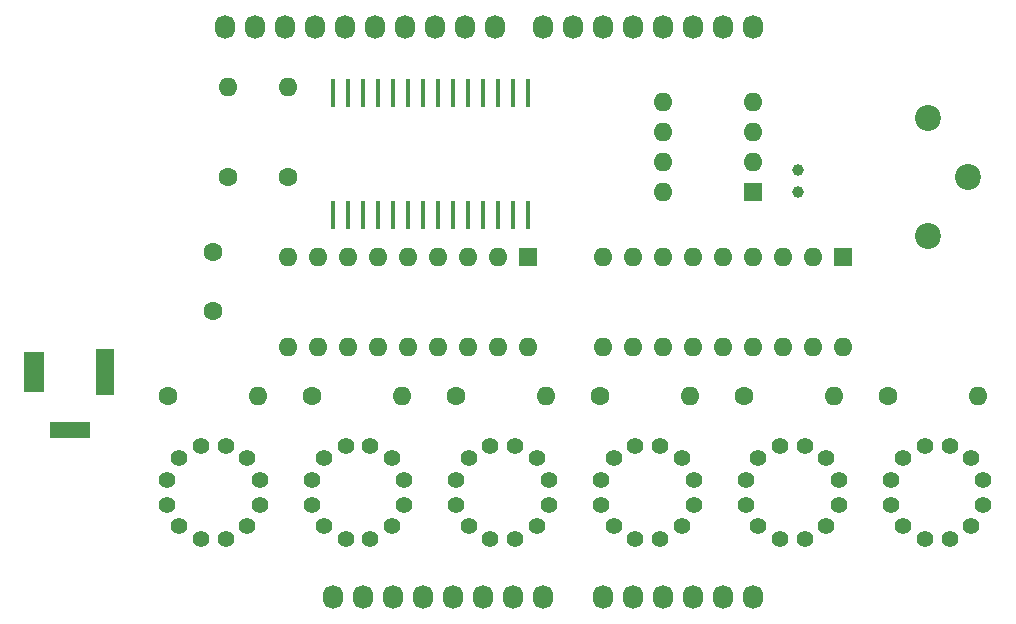
<source format=gts>
G04 #@! TF.GenerationSoftware,KiCad,Pcbnew,(5.1.6)-1*
G04 #@! TF.CreationDate,2020-07-30T22:19:11+09:00*
G04 #@! TF.ProjectId,VFDClock,56464443-6c6f-4636-9b2e-6b696361645f,rev?*
G04 #@! TF.SameCoordinates,Original*
G04 #@! TF.FileFunction,Soldermask,Top*
G04 #@! TF.FilePolarity,Negative*
%FSLAX46Y46*%
G04 Gerber Fmt 4.6, Leading zero omitted, Abs format (unit mm)*
G04 Created by KiCad (PCBNEW (5.1.6)-1) date 2020-07-30 22:19:11*
%MOMM*%
%LPD*%
G01*
G04 APERTURE LIST*
%ADD10C,1.400000*%
%ADD11R,0.400000X2.400000*%
%ADD12C,1.000000*%
%ADD13C,2.200000*%
%ADD14O,1.600000X1.600000*%
%ADD15R,1.600000X1.600000*%
%ADD16C,1.600000*%
%ADD17R,3.500000X1.400000*%
%ADD18R,1.600000X4.000000*%
%ADD19R,1.700000X3.500000*%
%ADD20O,1.727200X2.032000*%
G04 APERTURE END LIST*
D10*
X174932318Y-117808682D03*
X173880478Y-115986841D03*
X173880477Y-113883159D03*
X174932318Y-112061318D03*
X176754159Y-111009478D03*
X178857841Y-111009477D03*
X180679682Y-112061318D03*
X181731522Y-113883159D03*
X181731523Y-115986841D03*
X180679682Y-117808682D03*
X178857841Y-118860522D03*
X176754159Y-118860523D03*
D11*
X155388000Y-91450000D03*
X154118000Y-91450000D03*
X152848000Y-91450000D03*
X151578000Y-91450000D03*
X150308000Y-91450000D03*
X149038000Y-91450000D03*
X147768000Y-91450000D03*
X146498000Y-91450000D03*
X145228000Y-91450000D03*
X143958000Y-91450000D03*
X142688000Y-91450000D03*
X141418000Y-91450000D03*
X140148000Y-91450000D03*
X138878000Y-81150000D03*
X140148000Y-81150000D03*
X141418000Y-81150000D03*
X142688000Y-81150000D03*
X143958000Y-81150000D03*
X145228000Y-81150000D03*
X146498000Y-81150000D03*
X147768000Y-81150000D03*
X149038000Y-81150000D03*
X150308000Y-81150000D03*
X151578000Y-81150000D03*
X152848000Y-81150000D03*
X154118000Y-81150000D03*
X138878000Y-91450000D03*
X155388000Y-81150000D03*
D12*
X178308000Y-87635000D03*
X178308000Y-89535000D03*
D13*
X189308000Y-83265000D03*
X189308000Y-93265000D03*
X192708000Y-88265000D03*
D14*
X166878000Y-89535000D03*
X174498000Y-81915000D03*
X166878000Y-86995000D03*
X174498000Y-84455000D03*
X166878000Y-84455000D03*
X174498000Y-86995000D03*
X166878000Y-81915000D03*
D15*
X174498000Y-89535000D03*
D14*
X193548000Y-106807000D03*
D16*
X185928000Y-106807000D03*
D14*
X181356000Y-106807000D03*
D16*
X173736000Y-106807000D03*
D14*
X169164000Y-106807000D03*
D16*
X161544000Y-106807000D03*
D14*
X156972000Y-106807000D03*
D16*
X149352000Y-106807000D03*
D14*
X144780000Y-106807000D03*
D16*
X137160000Y-106807000D03*
D14*
X132588000Y-106807000D03*
D16*
X124968000Y-106807000D03*
D14*
X135128000Y-80645000D03*
D16*
X135128000Y-88265000D03*
D14*
X130048000Y-80645000D03*
D16*
X130048000Y-88265000D03*
D14*
X182118000Y-102616000D03*
X161798000Y-94996000D03*
X179578000Y-102616000D03*
X164338000Y-94996000D03*
X177038000Y-102616000D03*
X166878000Y-94996000D03*
X174498000Y-102616000D03*
X169418000Y-94996000D03*
X171958000Y-102616000D03*
X171958000Y-94996000D03*
X169418000Y-102616000D03*
X174498000Y-94996000D03*
X166878000Y-102616000D03*
X177038000Y-94996000D03*
X164338000Y-102616000D03*
X179578000Y-94996000D03*
X161798000Y-102616000D03*
D15*
X182118000Y-94996000D03*
D14*
X155448000Y-102616000D03*
X135128000Y-94996000D03*
X152908000Y-102616000D03*
X137668000Y-94996000D03*
X150368000Y-102616000D03*
X140208000Y-94996000D03*
X147828000Y-102616000D03*
X142748000Y-94996000D03*
X145288000Y-102616000D03*
X145288000Y-94996000D03*
X142748000Y-102616000D03*
X147828000Y-94996000D03*
X140208000Y-102616000D03*
X150368000Y-94996000D03*
X137668000Y-102616000D03*
X152908000Y-94996000D03*
X135128000Y-102616000D03*
D15*
X155448000Y-94996000D03*
D17*
X116668000Y-109675000D03*
D18*
X119618000Y-104775000D03*
D19*
X113618000Y-104775000D03*
D10*
X187189318Y-117808682D03*
X186137478Y-115986841D03*
X186137477Y-113883159D03*
X187189318Y-112061318D03*
X189011159Y-111009478D03*
X191114841Y-111009477D03*
X192936682Y-112061318D03*
X193988522Y-113883159D03*
X193988523Y-115986841D03*
X192936682Y-117808682D03*
X191114841Y-118860522D03*
X189011159Y-118860523D03*
X162675318Y-117808682D03*
X161623478Y-115986841D03*
X161623477Y-113883159D03*
X162675318Y-112061318D03*
X164497159Y-111009478D03*
X166600841Y-111009477D03*
X168422682Y-112061318D03*
X169474522Y-113883159D03*
X169474523Y-115986841D03*
X168422682Y-117808682D03*
X166600841Y-118860522D03*
X164497159Y-118860523D03*
X150418318Y-117808682D03*
X149366478Y-115986841D03*
X149366477Y-113883159D03*
X150418318Y-112061318D03*
X152240159Y-111009478D03*
X154343841Y-111009477D03*
X156165682Y-112061318D03*
X157217522Y-113883159D03*
X157217523Y-115986841D03*
X156165682Y-117808682D03*
X154343841Y-118860522D03*
X152240159Y-118860523D03*
X138161318Y-117808682D03*
X137109478Y-115986841D03*
X137109477Y-113883159D03*
X138161318Y-112061318D03*
X139983159Y-111009478D03*
X142086841Y-111009477D03*
X143908682Y-112061318D03*
X144960522Y-113883159D03*
X144960523Y-115986841D03*
X143908682Y-117808682D03*
X142086841Y-118860522D03*
X139983159Y-118860523D03*
X125904318Y-117808682D03*
X124852478Y-115986841D03*
X124852477Y-113883159D03*
X125904318Y-112061318D03*
X127726159Y-111009478D03*
X129829841Y-111009477D03*
X131651682Y-112061318D03*
X132703522Y-113883159D03*
X132703523Y-115986841D03*
X131651682Y-117808682D03*
X129829841Y-118860522D03*
X127726159Y-118860523D03*
D16*
X128778000Y-99615000D03*
X128778000Y-94615000D03*
D20*
X156718000Y-123825000D03*
X154178000Y-123825000D03*
X151638000Y-123825000D03*
X149098000Y-123825000D03*
X146558000Y-123825000D03*
X144018000Y-123825000D03*
X141478000Y-123825000D03*
X138938000Y-123825000D03*
X174498000Y-123825000D03*
X171958000Y-123825000D03*
X169418000Y-123825000D03*
X166878000Y-123825000D03*
X164338000Y-123825000D03*
X161798000Y-123825000D03*
X152654000Y-75565000D03*
X150114000Y-75565000D03*
X147574000Y-75565000D03*
X145034000Y-75565000D03*
X142494000Y-75565000D03*
X139954000Y-75565000D03*
X137414000Y-75565000D03*
X134874000Y-75565000D03*
X132334000Y-75565000D03*
X129794000Y-75565000D03*
X174498000Y-75565000D03*
X171958000Y-75565000D03*
X169418000Y-75565000D03*
X166878000Y-75565000D03*
X164338000Y-75565000D03*
X161798000Y-75565000D03*
X159258000Y-75565000D03*
X156718000Y-75565000D03*
M02*

</source>
